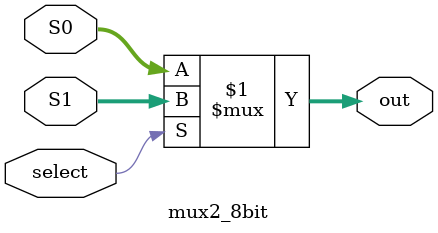
<source format=v>
module mux2_8bit(S0,S1,select,out);
input [7:0] S0,S1;
input select;
output  [7:0] out;
// if select = 0 out = S0, else out = S1
assign out = select ? S1 : S0;
endmodule 
</source>
